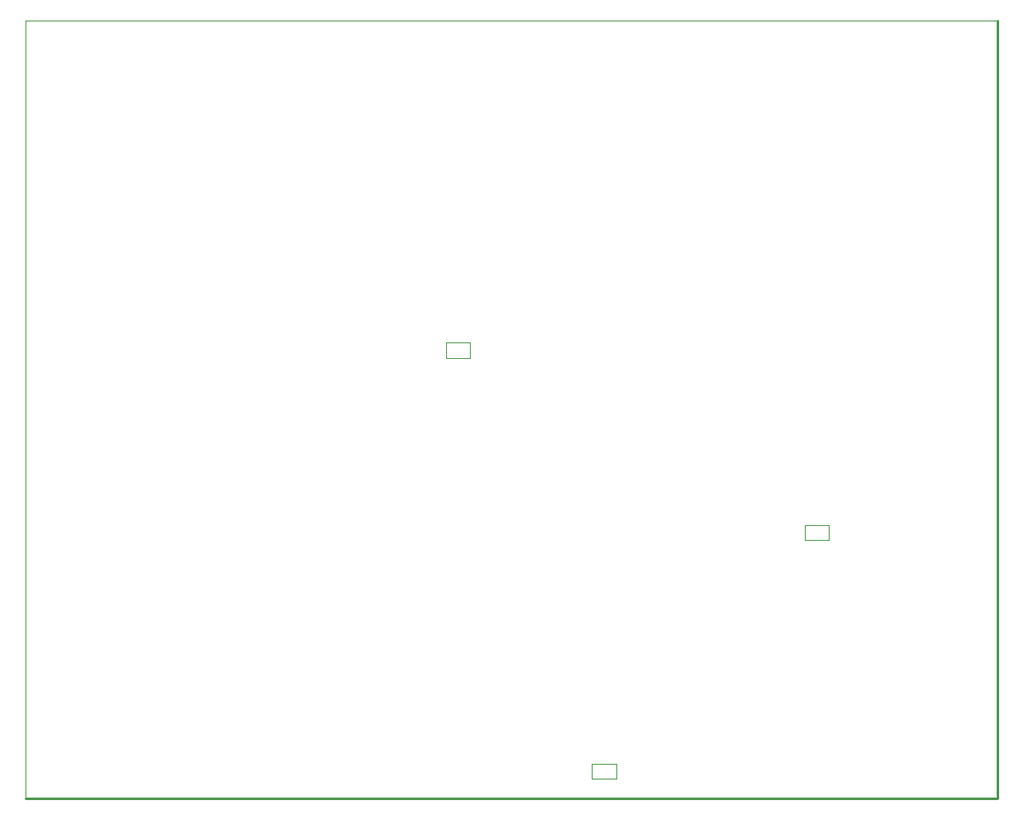
<source format=gbr>
%TF.GenerationSoftware,KiCad,Pcbnew,5.1.9+dfsg1-1*%
%TF.CreationDate,2022-02-21T14:57:18+01:00*%
%TF.ProjectId,sc606-baseboard,73633630-362d-4626-9173-65626f617264,rev?*%
%TF.SameCoordinates,Original*%
%TF.FileFunction,Other,ECO1*%
%FSLAX46Y46*%
G04 Gerber Fmt 4.6, Leading zero omitted, Abs format (unit mm)*
G04 Created by KiCad (PCBNEW 5.1.9+dfsg1-1) date 2022-02-21 14:57:18 commit 2b5f92f*
%MOMM*%
%LPD*%
G01*
G04 APERTURE LIST*
%TA.AperFunction,Profile*%
%ADD10C,0.120000*%
%TD*%
%TA.AperFunction,Profile*%
%ADD11C,0.254000*%
%TD*%
%ADD12C,0.050000*%
G04 APERTURE END LIST*
D10*
X175600000Y-42400000D02*
X75600000Y-42400000D01*
D11*
X175600000Y-42400000D02*
X175600000Y-122400000D01*
D10*
X75600000Y-122400000D02*
X75600000Y-42400000D01*
D11*
X175600000Y-122400000D02*
X75600000Y-122400000D01*
D12*
%TO.C,U16*%
X155750000Y-94270000D02*
X158250000Y-94270000D01*
X155750000Y-95830000D02*
X155750000Y-94270000D01*
X158250000Y-95830000D02*
X155750000Y-95830000D01*
X158250000Y-94270000D02*
X158250000Y-95830000D01*
%TO.C,U8*%
X118850000Y-77080000D02*
X121350000Y-77080000D01*
X118850000Y-75520000D02*
X118850000Y-77080000D01*
X121350000Y-75520000D02*
X118850000Y-75520000D01*
X121350000Y-77080000D02*
X121350000Y-75520000D01*
%TO.C,U5*%
X136350000Y-120380000D02*
X133850000Y-120380000D01*
X136350000Y-118820000D02*
X136350000Y-120380000D01*
X133850000Y-118820000D02*
X136350000Y-118820000D01*
X133850000Y-120380000D02*
X133850000Y-118820000D01*
%TD*%
M02*

</source>
